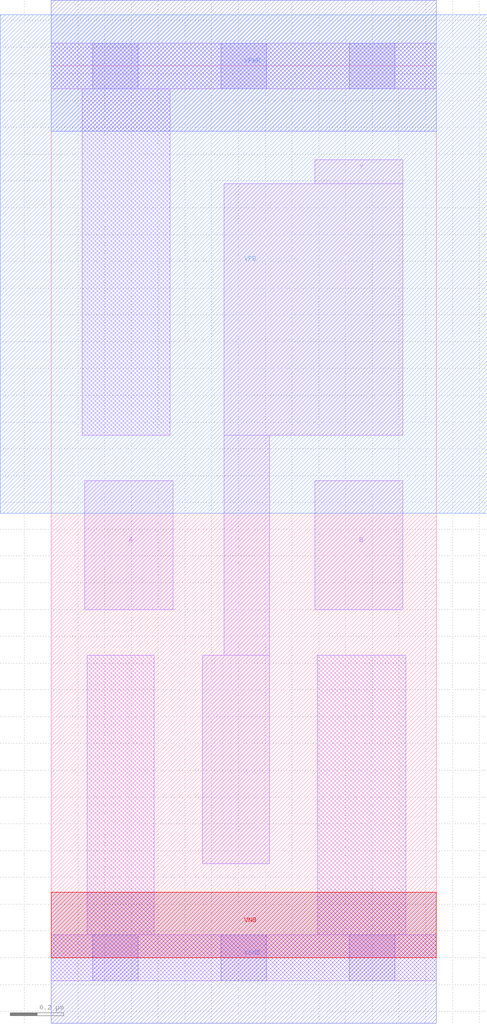
<source format=lef>
# Copyright 2020 The SkyWater PDK Authors
#
# Licensed under the Apache License, Version 2.0 (the "License");
# you may not use this file except in compliance with the License.
# You may obtain a copy of the License at
#
#     https://www.apache.org/licenses/LICENSE-2.0
#
# Unless required by applicable law or agreed to in writing, software
# distributed under the License is distributed on an "AS IS" BASIS,
# WITHOUT WARRANTIES OR CONDITIONS OF ANY KIND, either express or implied.
# See the License for the specific language governing permissions and
# limitations under the License.
#
# SPDX-License-Identifier: Apache-2.0

VERSION 5.7 ;
  NOWIREEXTENSIONATPIN ON ;
  DIVIDERCHAR "/" ;
  BUSBITCHARS "[]" ;
MACRO sky130_fd_sc_hs__nor2_1
  CLASS CORE ;
  FOREIGN sky130_fd_sc_hs__nor2_1 ;
  ORIGIN  0.000000  0.000000 ;
  SIZE  1.440000 BY  3.330000 ;
  SYMMETRY X Y ;
  SITE unit ;
  PIN A
    ANTENNAGATEAREA  0.279000 ;
    DIRECTION INPUT ;
    USE SIGNAL ;
    PORT
      LAYER li1 ;
        RECT 0.125000 1.300000 0.455000 1.780000 ;
    END
  END A
  PIN B
    ANTENNAGATEAREA  0.279000 ;
    DIRECTION INPUT ;
    USE SIGNAL ;
    PORT
      LAYER li1 ;
        RECT 0.985000 1.300000 1.315000 1.780000 ;
    END
  END B
  PIN Y
    ANTENNADIFFAREA  0.537600 ;
    DIRECTION OUTPUT ;
    USE SIGNAL ;
    PORT
      LAYER li1 ;
        RECT 0.565000 0.350000 0.815000 1.130000 ;
        RECT 0.645000 1.130000 0.815000 1.950000 ;
        RECT 0.645000 1.950000 1.315000 2.890000 ;
        RECT 0.985000 2.890000 1.315000 2.980000 ;
    END
  END Y
  PIN VGND
    DIRECTION INOUT ;
    USE GROUND ;
    PORT
      LAYER met1 ;
        RECT 0.000000 -0.245000 1.440000 0.245000 ;
    END
  END VGND
  PIN VNB
    DIRECTION INOUT ;
    USE GROUND ;
    PORT
      LAYER pwell ;
        RECT 0.000000 0.000000 1.440000 0.245000 ;
    END
  END VNB
  PIN VPB
    DIRECTION INOUT ;
    USE POWER ;
    PORT
      LAYER nwell ;
        RECT -0.190000 1.660000 1.630000 3.520000 ;
    END
  END VPB
  PIN VPWR
    DIRECTION INOUT ;
    USE POWER ;
    PORT
      LAYER met1 ;
        RECT 0.000000 3.085000 1.440000 3.575000 ;
    END
  END VPWR
  OBS
    LAYER li1 ;
      RECT 0.000000 -0.085000 1.440000 0.085000 ;
      RECT 0.000000  3.245000 1.440000 3.415000 ;
      RECT 0.115000  1.950000 0.445000 3.245000 ;
      RECT 0.135000  0.085000 0.385000 1.130000 ;
      RECT 0.995000  0.085000 1.325000 1.130000 ;
    LAYER mcon ;
      RECT 0.155000 -0.085000 0.325000 0.085000 ;
      RECT 0.155000  3.245000 0.325000 3.415000 ;
      RECT 0.635000 -0.085000 0.805000 0.085000 ;
      RECT 0.635000  3.245000 0.805000 3.415000 ;
      RECT 1.115000 -0.085000 1.285000 0.085000 ;
      RECT 1.115000  3.245000 1.285000 3.415000 ;
  END
END sky130_fd_sc_hs__nor2_1
END LIBRARY

</source>
